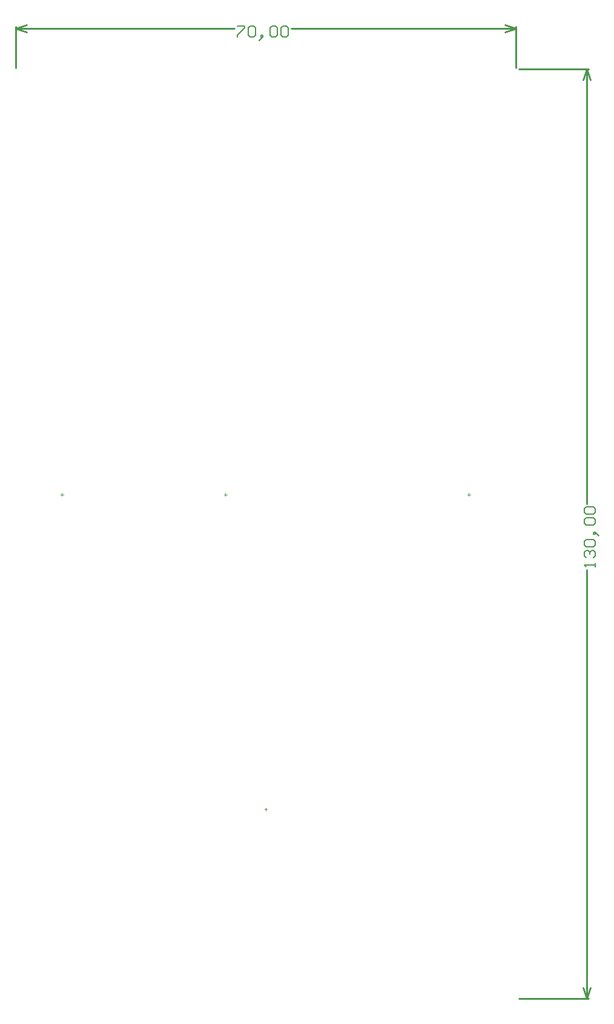
<source format=gm1>
%FSDAX24Y24*%
%MOIN*%
%SFA1B1*%

%IPPOS*%
%ADD44C,0.010000*%
%ADD79C,0.003900*%
%ADD124C,0.006000*%
%LNde-290817-1*%
%LPD*%
G54D44*
X041009Y013150D02*
X044850D01*
X041009Y064331D02*
X044850D01*
X044750Y013150D02*
Y036771D01*
Y040390D02*
Y064331D01*
Y013150D02*
X044950Y013750D01*
X044550D02*
X044750Y013150D01*
X044550Y063731D02*
X044750Y064331D01*
X044950Y063731*
X040859Y064400D02*
Y066650D01*
X013300Y064400D02*
Y066650D01*
X028479Y066550D02*
X040859D01*
X013300D02*
X025360D01*
X040259Y066750D02*
X040859Y066550D01*
X040259Y066350D02*
X040859Y066550D01*
X013300D02*
X013900Y066350D01*
X013300Y066550D02*
X013900Y066750D01*
G54D79*
X027080Y023504D02*
Y023662D01*
X027001Y023583D02*
X027158D01*
X015859Y040827D02*
Y040985D01*
X015780Y040906D02*
X015938D01*
X024771Y040900D02*
X024929D01*
X024850Y040821D02*
Y040979D01*
X038250Y040827D02*
Y040985D01*
X038171Y040906D02*
X038329D01*
G54D124*
X045210Y036931D02*
Y037131D01*
Y037031*
X044610*
X044710Y036931*
Y037431D02*
X044610Y037531D01*
Y037731*
X044710Y037831*
X044810*
X044910Y037731*
Y037631*
Y037731*
X045010Y037831*
X045110*
X045210Y037731*
Y037531*
X045110Y037431*
X044710Y038031D02*
X044610Y038131D01*
Y038331*
X044710Y038431*
X045110*
X045210Y038331*
Y038131*
X045110Y038031*
X044710*
X045310Y038730D02*
X045210Y038830D01*
X045110*
Y038730*
X045210*
Y038830*
X045310Y038730*
X045410Y038631*
X044710Y039230D02*
X044610Y039330D01*
Y039530*
X044710Y039630*
X045110*
X045210Y039530*
Y039330*
X045110Y039230*
X044710*
Y039830D02*
X044610Y039930D01*
Y040130*
X044710Y040230*
X045110*
X045210Y040130*
Y039930*
X045110Y039830*
X044710*
X025520Y066690D02*
X025920D01*
Y066590*
X025520Y066190*
Y066090*
X026120Y066590D02*
X026220Y066690D01*
X026420*
X026520Y066590*
Y066190*
X026420Y066090*
X026220*
X026120Y066190*
Y066590*
X026820Y065990D02*
X026920Y066090D01*
Y066190*
X026820*
Y066090*
X026920*
X026820Y065990*
X026720Y065890*
X027319Y066590D02*
X027419Y066690D01*
X027619*
X027719Y066590*
Y066190*
X027619Y066090*
X027419*
X027319Y066190*
Y066590*
X027919D02*
X028019Y066690D01*
X028219*
X028319Y066590*
Y066190*
X028219Y066090*
X028019*
X027919Y066190*
Y066590*
M02*
</source>
